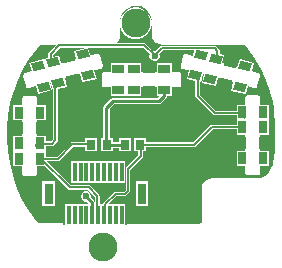
<source format=gbl>
G04*
G04 #@! TF.GenerationSoftware,Altium Limited,Altium Designer,23.0.1 (38)*
G04*
G04 Layer_Physical_Order=2*
G04 Layer_Color=16711680*
%FSLAX25Y25*%
%MOIN*%
G70*
G04*
G04 #@! TF.SameCoordinates,C8DA3EBC-D80D-4B36-BEA7-CCC05AEA56C0*
G04*
G04*
G04 #@! TF.FilePolarity,Positive*
G04*
G01*
G75*
%ADD22C,0.00500*%
%ADD24C,0.01000*%
%ADD25R,0.02756X0.03937*%
%ADD26R,0.02756X0.03937*%
G04:AMPARAMS|DCode=27|XSize=27.56mil|YSize=39.37mil|CornerRadius=0mil|HoleSize=0mil|Usage=FLASHONLY|Rotation=255.000|XOffset=0mil|YOffset=0mil|HoleType=Round|Shape=Rectangle|*
%AMROTATEDRECTD27*
4,1,4,-0.01545,0.01841,0.02258,0.00822,0.01545,-0.01841,-0.02258,-0.00822,-0.01545,0.01841,0.0*
%
%ADD27ROTATEDRECTD27*%

G04:AMPARAMS|DCode=28|XSize=27.56mil|YSize=39.37mil|CornerRadius=0mil|HoleSize=0mil|Usage=FLASHONLY|Rotation=255.000|XOffset=0mil|YOffset=0mil|HoleType=Round|Shape=Rectangle|*
%AMROTATEDRECTD28*
4,1,4,-0.01545,0.01841,0.02258,0.00822,0.01545,-0.01841,-0.02258,-0.00822,-0.01545,0.01841,0.0*
%
%ADD28ROTATEDRECTD28*%

%ADD29R,0.03937X0.02756*%
%ADD30R,0.03937X0.02756*%
G04:AMPARAMS|DCode=31|XSize=27.56mil|YSize=39.37mil|CornerRadius=0mil|HoleSize=0mil|Usage=FLASHONLY|Rotation=285.000|XOffset=0mil|YOffset=0mil|HoleType=Round|Shape=Rectangle|*
%AMROTATEDRECTD31*
4,1,4,-0.02258,0.00822,0.01545,0.01841,0.02258,-0.00822,-0.01545,-0.01841,-0.02258,0.00822,0.0*
%
%ADD31ROTATEDRECTD31*%

G04:AMPARAMS|DCode=32|XSize=27.56mil|YSize=39.37mil|CornerRadius=0mil|HoleSize=0mil|Usage=FLASHONLY|Rotation=285.000|XOffset=0mil|YOffset=0mil|HoleType=Round|Shape=Rectangle|*
%AMROTATEDRECTD32*
4,1,4,-0.02258,0.00822,0.01545,0.01841,0.02258,-0.00822,-0.01545,-0.01841,-0.02258,0.00822,0.0*
%
%ADD32ROTATEDRECTD32*%

%ADD33C,0.09600*%
%ADD34C,0.02362*%
%ADD35R,0.02953X0.03347*%
%ADD36R,0.03150X0.07087*%
%ADD37R,0.01181X0.06299*%
G36*
X343168Y224853D02*
X344184Y224644D01*
X345141Y224244D01*
X346002Y223667D01*
X346738Y222936D01*
X347319Y222078D01*
X347725Y221124D01*
X347940Y220110D01*
X347948Y219636D01*
X347947Y219625D01*
X347949Y219610D01*
X347949Y219591D01*
X347950Y219583D01*
X347943Y219547D01*
X347948Y215034D01*
X347958Y214982D01*
X347955Y214928D01*
X348020Y214446D01*
X348058Y214334D01*
X348086Y214218D01*
X348468Y213386D01*
Y213386D01*
X348468Y213386D01*
X348468Y213386D01*
X348569Y213247D01*
X348652Y213132D01*
X348652Y213132D01*
X348652Y213132D01*
X348652Y213132D01*
X349324Y212509D01*
D01*
D01*
X349324Y212509D01*
X349450Y212432D01*
X349591Y212345D01*
X350450Y212027D01*
X350566Y212008D01*
X350680Y211978D01*
X351139Y211950D01*
X351164Y211953D01*
X351188Y211948D01*
X378841Y211949D01*
X380077Y210441D01*
X382340Y207138D01*
X384313Y203655D01*
X385983Y200015D01*
X386659Y198131D01*
X386665Y198122D01*
X386667Y198111D01*
X386906Y197498D01*
X387330Y196253D01*
X387700Y194990D01*
X388014Y193713D01*
X388143Y193068D01*
X388266Y192452D01*
X388459Y191211D01*
X388598Y189962D01*
X388682Y188708D01*
X388697Y188081D01*
X388707Y188039D01*
X388704Y187997D01*
X388804Y187220D01*
X388937Y185657D01*
X389003Y184090D01*
X389002Y182522D01*
X388967Y181739D01*
X388973Y181703D01*
X388967Y181667D01*
X389005Y180845D01*
X389010Y179200D01*
X388944Y177556D01*
X388807Y175917D01*
X388703Y175101D01*
X388705Y175083D01*
X388700Y175065D01*
X388667Y174660D01*
X388565Y173853D01*
X388428Y173052D01*
X388257Y172257D01*
X388154Y171864D01*
X388154Y171863D01*
X388153Y171863D01*
X388050Y171466D01*
X387745Y170704D01*
X387349Y169986D01*
X386866Y169322D01*
X386304Y168724D01*
X385672Y168201D01*
X384980Y167760D01*
X384239Y167408D01*
X383971Y167320D01*
X378051Y167320D01*
X367683D01*
X367642Y167312D01*
X367600Y167316D01*
X367156Y167270D01*
X367044Y167235D01*
X366929Y167212D01*
X366108Y166870D01*
X365980Y166783D01*
X365850Y166697D01*
X365221Y166068D01*
X365134Y165937D01*
X365047Y165809D01*
X364705Y164988D01*
X364682Y164873D01*
X364647Y164761D01*
X364601Y164317D01*
X364605Y164275D01*
X364597Y164235D01*
X364597Y161926D01*
Y153900D01*
X364611Y153831D01*
X364609Y153761D01*
X364660Y153472D01*
X364536Y152902D01*
X364203Y152424D01*
X363713Y152110D01*
X363497Y152071D01*
X340247D01*
X340202Y152062D01*
X340157Y152066D01*
X339693Y152013D01*
X339584Y151978D01*
X339473Y151955D01*
X339007Y151760D01*
Y158850D01*
X333531D01*
X336117Y161435D01*
X338900D01*
X339193Y161494D01*
X339441Y161659D01*
X340441Y162659D01*
X340441Y162659D01*
X340606Y162907D01*
X340665Y163200D01*
Y170183D01*
X344741Y174259D01*
X344906Y174507D01*
X344965Y174800D01*
Y176427D01*
X346035D01*
Y177835D01*
X362100D01*
X362393Y177893D01*
X362641Y178059D01*
X368317Y183735D01*
X376122D01*
Y181832D01*
X378969D01*
Y176531D01*
X376122D01*
Y171594D01*
X378969D01*
Y169339D01*
X379030Y169032D01*
X379204Y168772D01*
X379464Y168598D01*
X379772Y168536D01*
X383315D01*
X383622Y168598D01*
X383883Y168772D01*
X384057Y169032D01*
X384118Y169339D01*
Y171595D01*
X386984D01*
Y176532D01*
X384118D01*
Y181832D01*
X386984D01*
Y186768D01*
X384118D01*
Y186950D01*
X386984D01*
Y191887D01*
X384118D01*
Y194182D01*
X384057Y194489D01*
X383883Y194750D01*
X383622Y194924D01*
X383315Y194985D01*
X379772D01*
X379464Y194924D01*
X379204Y194750D01*
X379030Y194489D01*
X378969Y194182D01*
Y191887D01*
X376122D01*
Y189965D01*
X369217D01*
X363962Y195220D01*
Y199390D01*
X364311Y199296D01*
X365048Y202046D01*
X365223Y201999D01*
X364486Y199250D01*
X369255Y197972D01*
X369991Y200722D01*
X375111Y199350D01*
X374375Y196600D01*
X379143Y195322D01*
X379880Y198072D01*
X382058Y197488D01*
X382058Y197488D01*
X382370Y197468D01*
X382667Y197569D01*
X382903Y197775D01*
X383041Y198056D01*
X383958Y201479D01*
X383958Y201479D01*
X383979Y201791D01*
X383878Y202088D01*
X383671Y202323D01*
X383390Y202462D01*
X381211Y203046D01*
X381953Y205815D01*
X377185Y207092D01*
X376443Y204324D01*
X371324Y205695D01*
X372066Y208464D01*
X370514Y208880D01*
Y209950D01*
X370456Y210243D01*
X370290Y210491D01*
X369441Y211341D01*
X369193Y211507D01*
X368900Y211565D01*
X351300D01*
X351007Y211507D01*
X350759Y211341D01*
X350759Y211341D01*
X349159Y209740D01*
X349134Y209750D01*
X348466D01*
X348441Y209740D01*
X345947Y212234D01*
X345699Y212400D01*
X345406Y212458D01*
X336119D01*
X336483Y212741D01*
X336583Y212857D01*
X336685Y212974D01*
X337053Y213612D01*
X337090Y213722D01*
X337139Y213827D01*
X337224Y214187D01*
X337228Y214281D01*
X337246Y214373D01*
X337244Y218080D01*
X337547Y216949D01*
X338247Y215737D01*
X339236Y214747D01*
X340448Y214047D01*
X341800Y213685D01*
X343200D01*
X344551Y214047D01*
X345763Y214747D01*
X346753Y215737D01*
X347453Y216949D01*
X347815Y218300D01*
Y219700D01*
X347453Y221052D01*
X346753Y222264D01*
X345763Y223253D01*
X344551Y223953D01*
X343200Y224315D01*
X341800D01*
X340448Y223953D01*
X339236Y223253D01*
X338247Y222264D01*
X337547Y221052D01*
X337253Y219955D01*
X337263Y220218D01*
X337500Y221228D01*
X337925Y222174D01*
X338524Y223021D01*
X339274Y223736D01*
X340147Y224295D01*
X341112Y224675D01*
X342132Y224864D01*
X343168Y224853D01*
D02*
G37*
G36*
X347264Y208754D02*
X347119Y208403D01*
Y207734D01*
X347375Y207117D01*
X347848Y206644D01*
X348466Y206388D01*
X349134D01*
X349752Y206644D01*
X350225Y207117D01*
X350481Y207734D01*
Y208403D01*
X350336Y208754D01*
X351617Y210035D01*
X362077D01*
X361612Y208298D01*
X359395Y208892D01*
X359395Y208892D01*
X359082Y208912D01*
X358785Y208811D01*
X358550Y208605D01*
X358411Y208324D01*
X357494Y204901D01*
X357494Y204901D01*
X357474Y204589D01*
X357574Y204292D01*
X357781Y204057D01*
X358062Y203918D01*
X360279Y203324D01*
X359542Y200574D01*
X362432Y199800D01*
Y194903D01*
X362490Y194611D01*
X362656Y194362D01*
X368359Y188659D01*
X368607Y188494D01*
X368900Y188435D01*
X376122D01*
Y186950D01*
X378589D01*
X378646Y186911D01*
X378939Y186853D01*
X378969Y186859D01*
Y186768D01*
X376122D01*
Y185265D01*
X368000D01*
X367707Y185206D01*
X367459Y185041D01*
X361783Y179365D01*
X346035D01*
Y180773D01*
X342083D01*
Y176427D01*
X343435D01*
Y175117D01*
X339359Y171041D01*
X339194Y170793D01*
X339135Y170500D01*
Y163517D01*
X338583Y162965D01*
X335800D01*
X335507Y162907D01*
X335259Y162741D01*
X331811Y159292D01*
X331645Y159044D01*
X331606Y158850D01*
X330467D01*
Y161498D01*
X330408Y161791D01*
X330243Y162039D01*
X327441Y164841D01*
X327193Y165006D01*
X326900Y165065D01*
X320789D01*
X312855Y172999D01*
X316464D01*
X316756Y173057D01*
X317004Y173223D01*
X321717Y177935D01*
X325765D01*
Y176427D01*
X329717D01*
Y180773D01*
X325765D01*
Y179465D01*
X321400D01*
X321107Y179406D01*
X320859Y179241D01*
X316147Y174529D01*
X312578D01*
Y176332D01*
X309731D01*
Y176513D01*
X312578D01*
Y178133D01*
X314698D01*
X314990Y178191D01*
X315238Y178357D01*
X316321Y179439D01*
X316321Y179439D01*
X316487Y179687D01*
X316545Y179980D01*
Y197140D01*
X319610Y197961D01*
X318873Y200711D01*
X323993Y202082D01*
X324730Y199333D01*
X329498Y200610D01*
X328762Y203360D01*
X330939Y203944D01*
X330939D01*
X331220Y204082D01*
X331427Y204318D01*
X331502Y204539D01*
X331527Y204614D01*
Y204614D01*
D01*
X331526Y204635D01*
X331507Y204927D01*
X330590Y208350D01*
Y208350D01*
X330451Y208630D01*
X330216Y208837D01*
X329995Y208912D01*
X329919Y208938D01*
X329919D01*
D01*
X329899Y208936D01*
X329607Y208917D01*
X329607Y208917D01*
X327428Y208333D01*
X326732Y210929D01*
X334234D01*
X334270Y210922D01*
X335129D01*
X335165Y210929D01*
X345090D01*
X347264Y208754D01*
D02*
G37*
G36*
X321917Y209824D02*
X322659Y207056D01*
X317540Y205684D01*
X316798Y208453D01*
X314894Y207943D01*
Y208513D01*
X317310Y210929D01*
X326039D01*
X321917Y209824D01*
D02*
G37*
G36*
X313589Y209370D02*
X313423Y209122D01*
X313365Y208829D01*
Y207533D01*
X312030Y207175D01*
X312772Y204406D01*
X312597Y204359D01*
X311855Y207128D01*
X307086Y205850D01*
X307828Y203082D01*
X305611Y202488D01*
X305611D01*
X305330Y202349D01*
X305123Y202114D01*
X305023Y201817D01*
X305043Y201504D01*
X305960Y198082D01*
X306099Y197801D01*
X306334Y197594D01*
X306631Y197494D01*
X306943Y197514D01*
X309160Y198108D01*
X309897Y195358D01*
X314666Y196636D01*
X313929Y199386D01*
X314104Y199433D01*
X314841Y196683D01*
X315015Y196730D01*
Y180297D01*
X314381Y179662D01*
X312578D01*
Y181450D01*
X309731D01*
Y186751D01*
X312578D01*
Y191688D01*
X309731D01*
Y193942D01*
X309670Y194250D01*
X309496Y194510D01*
X309236Y194684D01*
X308928Y194745D01*
X305385D01*
X305078Y194684D01*
X304817Y194510D01*
X304643Y194250D01*
X304582Y193942D01*
Y191687D01*
X301716D01*
Y186750D01*
X304582D01*
Y181450D01*
X301716D01*
Y176513D01*
X304582D01*
Y176332D01*
X301716D01*
Y171395D01*
X304582D01*
Y169100D01*
X304643Y168793D01*
X304817Y168532D01*
X305078Y168358D01*
X305385Y168297D01*
X308928D01*
X309236Y168358D01*
X309496Y168532D01*
X309670Y168793D01*
X309731Y169100D01*
Y171395D01*
X312296D01*
X319932Y163759D01*
X319932Y163759D01*
X320180Y163593D01*
X320472Y163535D01*
X320472Y163535D01*
X326583D01*
X328937Y161181D01*
Y159547D01*
X328925Y159607D01*
X328704Y159938D01*
X327581Y161061D01*
Y161634D01*
X327325Y162252D01*
X326852Y162725D01*
X326234Y162981D01*
X325566D01*
X324948Y162725D01*
X324475Y162252D01*
X324219Y161634D01*
Y160966D01*
X324475Y160348D01*
X324948Y159875D01*
X325566Y159619D01*
X326139D01*
X326908Y158850D01*
X319110D01*
Y151651D01*
X318700Y151651D01*
X318640Y151651D01*
X318528Y151691D01*
X318436Y151765D01*
X318373Y151866D01*
X318360Y151924D01*
X318332Y151987D01*
X318318Y152056D01*
X318269Y152129D01*
X318233Y152210D01*
X318183Y152258D01*
X318144Y152316D01*
X318070Y152365D01*
X318006Y152426D01*
X317941Y152452D01*
X317883Y152490D01*
X317797Y152507D01*
X317714Y152539D01*
X317645Y152538D01*
X317576Y152551D01*
X309873Y152551D01*
X308683Y154057D01*
X306410Y157413D01*
X304440Y160950D01*
X302785Y164645D01*
X301458Y168470D01*
X300467Y172395D01*
X299822Y176392D01*
X299526Y180429D01*
X299582Y184477D01*
X299989Y188505D01*
X300745Y192483D01*
X301843Y196379D01*
X303276Y200166D01*
X305032Y203813D01*
X307099Y207295D01*
X309460Y210583D01*
X310616Y211928D01*
X316147Y211928D01*
X313589Y209370D01*
D02*
G37*
%LPC*%
G36*
X346684Y166330D02*
X342535D01*
Y158243D01*
X346684D01*
Y166330D01*
D02*
G37*
G36*
X354587Y205684D02*
X349650D01*
Y202818D01*
X344350D01*
Y205684D01*
X339413D01*
Y202818D01*
X339232D01*
Y205684D01*
X334295D01*
Y202818D01*
X332000D01*
X331693Y202757D01*
X331432Y202583D01*
X331258Y202322D01*
X331197Y202015D01*
Y198472D01*
X331258Y198164D01*
X331432Y197904D01*
X331693Y197730D01*
X332000Y197669D01*
X334295D01*
Y194822D01*
X339232D01*
Y197669D01*
X339413D01*
Y194822D01*
X344350D01*
Y197669D01*
X349651D01*
Y194822D01*
X350580D01*
X349778Y194020D01*
X334821D01*
X334431Y193942D01*
X334100Y193721D01*
X332065Y191686D01*
X331844Y191355D01*
X331767Y190965D01*
Y180773D01*
X330883D01*
Y176427D01*
X334835D01*
Y177580D01*
X336965D01*
Y176427D01*
X340917D01*
Y180773D01*
X336965D01*
Y179620D01*
X334835D01*
Y180773D01*
X333806D01*
Y190542D01*
X335244Y191980D01*
X350200D01*
X350590Y192058D01*
X350921Y192279D01*
X352657Y194015D01*
X352878Y194346D01*
X352956Y194736D01*
Y194822D01*
X354588D01*
Y197669D01*
X356842D01*
X357150Y197730D01*
X357410Y197904D01*
X357584Y198164D01*
X357645Y198472D01*
Y202015D01*
X357584Y202322D01*
X357410Y202583D01*
X357150Y202757D01*
X356842Y202818D01*
X354587D01*
Y205684D01*
D02*
G37*
G36*
X339007Y173023D02*
X321078D01*
Y165724D01*
X339007D01*
Y173023D01*
D02*
G37*
G36*
X315582Y166330D02*
X311432D01*
Y158243D01*
X315582D01*
Y166330D01*
D02*
G37*
%LPD*%
D22*
X368900Y189200D02*
X378502D01*
X376919Y188944D02*
X377229Y188635D01*
Y187928D02*
X378629D01*
X335137Y211694D02*
X345406D01*
X334270Y211686D02*
X335129D01*
X334263Y211694D02*
X334270Y211686D01*
X345406Y211694D02*
X348800Y208300D01*
X316994Y211694D02*
X334263D01*
X335129Y211686D02*
X335137Y211694D01*
X314129Y208829D02*
X316994Y211694D01*
X314129Y206219D02*
Y208829D01*
X341738Y204300D02*
X341800D01*
X363197Y194903D02*
X368900Y189200D01*
X363197Y194903D02*
Y200237D01*
X378502Y189200D02*
X378638Y189336D01*
X351300Y210800D02*
X368900D01*
X309688Y178898D02*
X314698D01*
X368000Y184500D02*
X378557D01*
X369750Y207757D02*
Y209950D01*
X378629Y187928D02*
X378939Y187618D01*
X377229Y187928D02*
Y188635D01*
X341700Y204262D02*
X341738Y204300D01*
X311009Y173764D02*
X316464D01*
X321400Y178700D01*
X327641D01*
X378557Y184500D02*
X378854Y184202D01*
X344059Y178600D02*
X362100D01*
X368000Y184500D01*
X348800Y208069D02*
Y208300D01*
X351300Y210800D01*
X314698Y178898D02*
X315780Y179980D01*
X309351Y178561D02*
X309688Y178898D01*
X309351Y178004D02*
Y178561D01*
X311009Y173764D02*
X320472Y164300D01*
X378852Y184200D02*
X378854Y184202D01*
X344200Y174800D02*
Y178459D01*
X344059Y178600D02*
X344200Y178459D01*
X339900Y163200D02*
Y170500D01*
X344200Y174800D01*
X338900Y162200D02*
X339900Y163200D01*
X335800Y162200D02*
X338900D01*
X327641Y178700D02*
X327741Y178600D01*
X326900Y164300D02*
X329702Y161498D01*
X320472Y164300D02*
X326900D01*
X329702Y155541D02*
Y161498D01*
X315780Y179980D02*
Y197430D01*
X332352Y155541D02*
Y158752D01*
X335800Y162200D01*
X332011Y155200D02*
X332352Y155541D01*
X329702D02*
X330043Y155200D01*
X368900Y210800D02*
X369750Y209950D01*
D24*
X332786Y178673D02*
Y190965D01*
X334821Y193000D02*
X350200D01*
X332786Y190965D02*
X334821Y193000D01*
X326628Y201785D02*
X326787Y201626D01*
X351936Y194736D02*
Y197869D01*
X327983Y155291D02*
X328074Y155200D01*
X325900Y161300D02*
X327983Y159216D01*
Y155291D02*
Y159216D01*
X332786Y178673D02*
X332859Y178600D01*
X338941D01*
X350200Y193000D02*
X351936Y194736D01*
D25*
X378000Y174063D02*
D03*
Y179182D02*
D03*
X310700Y189219D02*
D03*
Y184100D02*
D03*
D26*
X385106Y189418D02*
D03*
X378000Y184300D02*
D03*
X385106D02*
D03*
Y179182D02*
D03*
Y174064D02*
D03*
X378000Y189418D02*
D03*
X303594Y173864D02*
D03*
X310700Y178982D02*
D03*
X303594D02*
D03*
Y184100D02*
D03*
Y189218D02*
D03*
X310700Y173864D02*
D03*
D27*
X377245Y197775D02*
D03*
X372300Y199100D02*
D03*
D28*
X364252Y208613D02*
D03*
X367356Y200425D02*
D03*
X369196Y207289D02*
D03*
X374139Y205964D02*
D03*
X379083Y204640D02*
D03*
X362413Y201749D02*
D03*
D29*
X352119Y196700D02*
D03*
X347000D02*
D03*
D30*
X336764Y203806D02*
D03*
X341882Y196700D02*
D03*
Y203806D02*
D03*
X347000D02*
D03*
X352118D02*
D03*
X336764Y196700D02*
D03*
D31*
X326628Y201785D02*
D03*
X321683Y200461D02*
D03*
D32*
X309956Y204675D02*
D03*
X316739Y199136D02*
D03*
X314900Y206000D02*
D03*
X319844Y207325D02*
D03*
X324787Y208649D02*
D03*
X311795Y197811D02*
D03*
D33*
X342500Y219000D02*
D03*
X331700Y144400D02*
D03*
D34*
X311200Y208900D02*
D03*
X318900Y183900D02*
D03*
X330200Y195000D02*
D03*
X359300Y195600D02*
D03*
X353300Y162600D02*
D03*
X306800Y162900D02*
D03*
X368700Y178500D02*
D03*
X353400Y182600D02*
D03*
X348800Y208069D02*
D03*
X325900Y161300D02*
D03*
D35*
X344059Y178600D02*
D03*
X338941D02*
D03*
X327741D02*
D03*
X332859D02*
D03*
D36*
X313507Y162287D02*
D03*
X344609D02*
D03*
D37*
X320200Y155200D02*
D03*
Y169373D02*
D03*
X322168Y155200D02*
D03*
Y169373D02*
D03*
X324137Y155200D02*
D03*
Y169373D02*
D03*
X326105Y155200D02*
D03*
Y169373D02*
D03*
X328074Y155200D02*
D03*
Y169373D02*
D03*
X330043Y155200D02*
D03*
Y169373D02*
D03*
X332011Y155200D02*
D03*
Y169373D02*
D03*
X333980Y155200D02*
D03*
Y169373D02*
D03*
X335948Y155200D02*
D03*
Y169373D02*
D03*
X337916Y155200D02*
D03*
Y169373D02*
D03*
M02*

</source>
